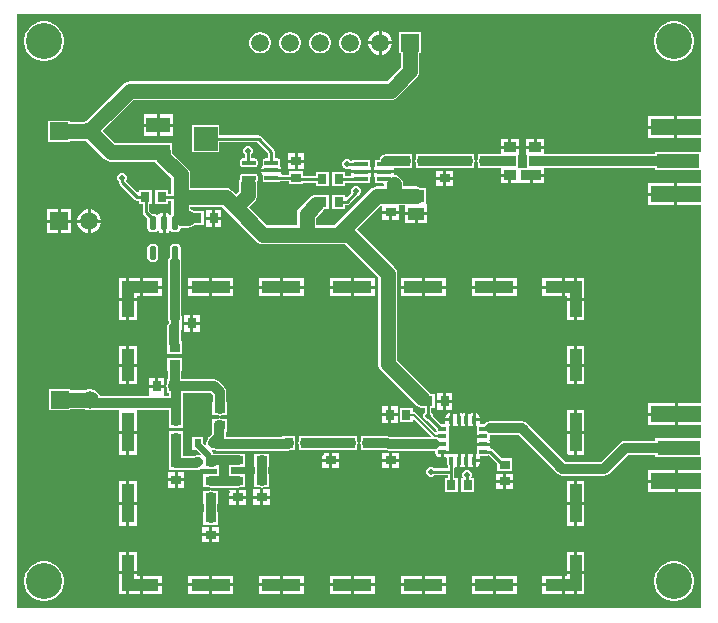
<source format=gbr>
%TF.GenerationSoftware,Altium Limited,Altium Designer,22.6.1 (34)*%
G04 Layer_Physical_Order=1*
G04 Layer_Color=255*
%FSLAX26Y26*%
%MOIN*%
%TF.SameCoordinates,2B337168-DF0E-4336-AB3C-9C7F5D13073F*%
%TF.FilePolarity,Positive*%
%TF.FileFunction,Copper,L1,Top,Signal*%
%TF.Part,Single*%
G01*
G75*
%TA.AperFunction,SMDPad,CuDef*%
%ADD10R,0.118110X0.039370*%
%ADD11R,0.039370X0.120079*%
%ADD12R,0.039370X0.129921*%
%ADD13R,0.039370X0.106299*%
%ADD14R,0.129921X0.039370*%
%ADD15R,0.094488X0.094488*%
G04:AMPARAMS|DCode=16|XSize=16.535mil|YSize=25.591mil|CornerRadius=4.134mil|HoleSize=0mil|Usage=FLASHONLY|Rotation=0.000|XOffset=0mil|YOffset=0mil|HoleType=Round|Shape=RoundedRectangle|*
%AMROUNDEDRECTD16*
21,1,0.016535,0.017323,0,0,0.0*
21,1,0.008268,0.025591,0,0,0.0*
1,1,0.008268,0.004134,-0.008662*
1,1,0.008268,-0.004134,-0.008662*
1,1,0.008268,-0.004134,0.008662*
1,1,0.008268,0.004134,0.008662*
%
%ADD16ROUNDEDRECTD16*%
G04:AMPARAMS|DCode=17|XSize=16.535mil|YSize=25.591mil|CornerRadius=4.134mil|HoleSize=0mil|Usage=FLASHONLY|Rotation=90.000|XOffset=0mil|YOffset=0mil|HoleType=Round|Shape=RoundedRectangle|*
%AMROUNDEDRECTD17*
21,1,0.016535,0.017323,0,0,90.0*
21,1,0.008268,0.025591,0,0,90.0*
1,1,0.008268,0.008662,0.004134*
1,1,0.008268,0.008662,-0.004134*
1,1,0.008268,-0.008662,-0.004134*
1,1,0.008268,-0.008662,0.004134*
%
%ADD17ROUNDEDRECTD17*%
%TA.AperFunction,ConnectorPad*%
%ADD18R,0.141732X0.050000*%
%ADD19R,0.165354X0.053150*%
%TA.AperFunction,SMDPad,CuDef*%
%ADD20R,0.035433X0.031496*%
%ADD21R,0.031496X0.035433*%
%ADD22R,0.023622X0.031496*%
%ADD23R,0.066929X0.031890*%
%ADD24R,0.041339X0.031890*%
G04:AMPARAMS|DCode=25|XSize=46.85mil|YSize=15.748mil|CornerRadius=1.968mil|HoleSize=0mil|Usage=FLASHONLY|Rotation=180.000|XOffset=0mil|YOffset=0mil|HoleType=Round|Shape=RoundedRectangle|*
%AMROUNDEDRECTD25*
21,1,0.046850,0.011811,0,0,180.0*
21,1,0.042913,0.015748,0,0,180.0*
1,1,0.003937,-0.021457,0.005906*
1,1,0.003937,0.021457,0.005906*
1,1,0.003937,0.021457,-0.005906*
1,1,0.003937,-0.021457,-0.005906*
%
%ADD25ROUNDEDRECTD25*%
%ADD26R,0.046110X0.013811*%
%ADD27R,0.055118X0.043307*%
G04:AMPARAMS|DCode=28|XSize=47.638mil|YSize=23.228mil|CornerRadius=5.807mil|HoleSize=0mil|Usage=FLASHONLY|Rotation=270.000|XOffset=0mil|YOffset=0mil|HoleType=Round|Shape=RoundedRectangle|*
%AMROUNDEDRECTD28*
21,1,0.047638,0.011614,0,0,270.0*
21,1,0.036024,0.023228,0,0,270.0*
1,1,0.011614,-0.005807,-0.018012*
1,1,0.011614,-0.005807,0.018012*
1,1,0.011614,0.005807,0.018012*
1,1,0.011614,0.005807,-0.018012*
%
%ADD28ROUNDEDRECTD28*%
%ADD29R,0.078740X0.051181*%
%ADD30R,0.078740X0.078740*%
%TA.AperFunction,Conductor*%
%ADD31C,0.050000*%
%ADD32C,0.033000*%
%ADD33C,0.010000*%
%ADD34C,0.020000*%
%ADD35C,0.006000*%
%TA.AperFunction,ComponentPad*%
%ADD36R,0.059055X0.059055*%
%ADD37C,0.059055*%
%TA.AperFunction,WasherPad*%
%ADD38C,0.120000*%
%TA.AperFunction,ViaPad*%
%ADD39C,0.020000*%
G36*
X3289805Y2449016D02*
X3210000D01*
Y2412441D01*
Y2375866D01*
X3289805D01*
Y2337194D01*
X3289740Y2332221D01*
X3284805Y2332220D01*
X3136008D01*
Y2322941D01*
X2767992D01*
Y2342047D01*
X2737323D01*
X2706653D01*
Y2321102D01*
X2710653D01*
Y2278898D01*
X2679347D01*
Y2321102D01*
X2683347D01*
Y2342047D01*
X2652677D01*
X2622008D01*
Y2322941D01*
X2589307D01*
Y2323716D01*
X2545811D01*
Y2305996D01*
X2544618Y2300000D01*
X2545811Y2294003D01*
Y2276283D01*
X2589307D01*
Y2277059D01*
X2622008D01*
Y2257953D01*
X2652677D01*
Y2252953D01*
X2657677D01*
Y2227008D01*
X2719528D01*
Y2252953D01*
X2724528D01*
Y2257953D01*
X2767992D01*
Y2277059D01*
X3136008D01*
Y2270220D01*
X3284805D01*
X3289740Y2270220D01*
X3289805Y2265247D01*
Y2226575D01*
X3210000D01*
Y2190000D01*
Y2153425D01*
X3289805D01*
Y1492795D01*
X3212126D01*
Y1456220D01*
Y1419646D01*
X3289805D01*
Y1376000D01*
X3138134D01*
Y1367941D01*
X3035793D01*
X3027014Y1366195D01*
X3019572Y1361222D01*
X2956291Y1297941D01*
X2837408D01*
X2709127Y1426222D01*
X2701685Y1431195D01*
X2692906Y1432941D01*
X2586588D01*
X2577808Y1431195D01*
X2570366Y1426222D01*
X2568114Y1422852D01*
X2554252D01*
X2554071Y1423001D01*
X2552244Y1427244D01*
X2551930Y1432091D01*
Y1432913D01*
X2533386D01*
Y1437913D01*
X2528386D01*
Y1460813D01*
X2523737Y1459889D01*
X2520591Y1457786D01*
X2517444Y1459889D01*
X2512795Y1460813D01*
Y1437913D01*
X2502795D01*
Y1460813D01*
X2498147Y1459889D01*
X2495000Y1457786D01*
X2491853Y1459889D01*
X2487205Y1460813D01*
Y1437913D01*
X2477205D01*
Y1460813D01*
X2472556Y1459889D01*
X2469409Y1457786D01*
X2466263Y1459889D01*
X2461614Y1460813D01*
Y1437913D01*
X2456614D01*
Y1432913D01*
X2438070D01*
Y1432091D01*
X2437756Y1427244D01*
D01*
X2435929Y1423001D01*
X2435748Y1422852D01*
X2424544D01*
X2395882Y1451515D01*
Y1454836D01*
X2393446Y1460717D01*
X2391097Y1463065D01*
Y1476284D01*
X2401630D01*
Y1523716D01*
X2387873D01*
X2387079Y1525634D01*
X2382110Y1532109D01*
X2276267Y1637951D01*
Y1924999D01*
X2276268Y1925000D01*
X2275202Y1933093D01*
X2272079Y1940634D01*
X2267110Y1947110D01*
X2267109Y1947110D01*
X2141719Y2072500D01*
X2222284Y2153065D01*
X2227284Y2152120D01*
Y2134882D01*
X2255000D01*
X2282716D01*
Y2153260D01*
X2302441D01*
Y2130472D01*
X2340000D01*
X2377559D01*
Y2157126D01*
X2373559D01*
Y2212181D01*
X2354245D01*
X2348093Y2214730D01*
X2340000Y2215795D01*
X2296267D01*
Y2223010D01*
X2295202Y2231102D01*
X2292078Y2238644D01*
X2287110Y2245119D01*
X2280634Y2250088D01*
X2273093Y2253212D01*
X2266244Y2254113D01*
Y2260000D01*
X2200134D01*
Y2248095D01*
X2204134D01*
Y2226504D01*
X2230668D01*
X2233733Y2223010D01*
Y2216267D01*
X2210001D01*
X2210000Y2216268D01*
X2201907Y2215202D01*
X2194366Y2212079D01*
X2187890Y2207110D01*
X2187890Y2207109D01*
X2067048Y2086267D01*
X2006267D01*
Y2112048D01*
X2029609Y2135390D01*
X2034131Y2141284D01*
X2049189D01*
Y2188717D01*
X2010693D01*
X2007885Y2188717D01*
X2007500Y2188768D01*
X2005693Y2188717D01*
Y2188530D01*
X1999407Y2187702D01*
X1991866Y2184578D01*
X1985390Y2179609D01*
X1952890Y2147110D01*
X1947922Y2140634D01*
X1944798Y2133093D01*
X1943732Y2125000D01*
X1943733Y2124999D01*
Y2086267D01*
X1842951D01*
X1783117Y2146102D01*
X1802110Y2165095D01*
X1807078Y2171571D01*
X1810202Y2179112D01*
X1810735Y2183158D01*
X1811268Y2187205D01*
X1811267Y2187206D01*
Y2225000D01*
X1810202Y2233093D01*
X1809983Y2233622D01*
X1811168Y2235395D01*
X1811786Y2238504D01*
Y2250315D01*
X1811168Y2253424D01*
X1809406Y2256060D01*
X1806771Y2257821D01*
X1803661Y2258439D01*
X1760748D01*
X1757639Y2257821D01*
X1755003Y2256060D01*
X1753242Y2253424D01*
X1752623Y2250315D01*
Y2239914D01*
X1749798Y2233093D01*
X1748733Y2225000D01*
Y2200156D01*
X1738898Y2190321D01*
X1727110Y2202110D01*
X1720634Y2207078D01*
X1713093Y2210202D01*
X1705000Y2211268D01*
X1704999Y2211267D01*
X1586267D01*
Y2255983D01*
X1586268Y2255984D01*
X1585735Y2260030D01*
X1585202Y2264077D01*
X1582078Y2271618D01*
X1577110Y2278094D01*
X1526897Y2328306D01*
Y2329134D01*
X1526630Y2331166D01*
Y2361315D01*
X1435890D01*
Y2360992D01*
X1335677D01*
X1295444Y2401225D01*
X1397951Y2503733D01*
X2254999D01*
X2255000Y2503732D01*
X2263093Y2504798D01*
X2270634Y2507922D01*
X2277110Y2512890D01*
X2342109Y2577890D01*
X2342110Y2577890D01*
X2347079Y2584366D01*
X2350202Y2591907D01*
X2350735Y2595954D01*
X2351268Y2600000D01*
X2351267Y2600001D01*
Y2659472D01*
X2355528D01*
Y2730528D01*
X2284472D01*
Y2659472D01*
X2288733D01*
Y2612951D01*
X2242048Y2566267D01*
X1385000D01*
X1376907Y2565202D01*
X1369366Y2562078D01*
X1362890Y2557110D01*
X1362890Y2557109D01*
X1239839Y2434058D01*
X1236287Y2433106D01*
X1233102Y2431267D01*
X1185527D01*
Y2435528D01*
X1114473D01*
Y2364472D01*
X1185527D01*
Y2368733D01*
X1233102D01*
X1236287Y2366894D01*
X1243186Y2365045D01*
X1300616Y2307615D01*
X1307092Y2302646D01*
X1314633Y2299522D01*
X1322726Y2298457D01*
X1322727Y2298457D01*
X1435890D01*
Y2298134D01*
X1469769D01*
X1473520Y2293245D01*
X1523733Y2243033D01*
Y2191215D01*
X1514307D01*
Y2203716D01*
X1470811D01*
Y2156283D01*
X1514307D01*
Y2168785D01*
X1523733D01*
Y2124771D01*
X1519096Y2122168D01*
X1518099Y2122476D01*
X1517203Y2123818D01*
X1511975Y2127311D01*
X1505807Y2128538D01*
X1505000D01*
Y2094409D01*
Y2060281D01*
X1505807D01*
X1511975Y2061508D01*
X1517203Y2065001D01*
X1518099Y2066342D01*
X1523082Y2067885D01*
X1526988Y2065276D01*
X1531594Y2064359D01*
X1543209D01*
X1547816Y2065276D01*
X1551721Y2067885D01*
X1554331Y2071791D01*
X1555247Y2076398D01*
Y2078733D01*
X1580000D01*
X1588093Y2079798D01*
X1595634Y2082922D01*
X1600015Y2086284D01*
X1631748D01*
Y2133716D01*
X1600015D01*
X1595634Y2137078D01*
X1588093Y2140202D01*
X1586267Y2140442D01*
Y2148733D01*
X1692049D01*
X1712890Y2127890D01*
X1807890Y2032890D01*
X1814366Y2027921D01*
X1821907Y2024798D01*
X1825954Y2024265D01*
X1830000Y2023732D01*
X1830001Y2023733D01*
X2079999D01*
X2080000Y2023732D01*
X2080001Y2023733D01*
X2102048D01*
X2213733Y1912049D01*
Y1625001D01*
X2213732Y1625000D01*
X2214798Y1616907D01*
X2217922Y1609366D01*
X2222890Y1602890D01*
X2337891Y1487890D01*
X2344366Y1482921D01*
X2351907Y1479798D01*
X2358134Y1478978D01*
Y1476284D01*
X2368666D01*
Y1463065D01*
X2366318Y1460717D01*
X2363882Y1454836D01*
Y1448471D01*
X2366318Y1442590D01*
X2370819Y1438089D01*
X2376699Y1435653D01*
X2380021D01*
X2408093Y1407582D01*
Y1404252D01*
X2408879Y1400298D01*
X2409593Y1399229D01*
X2408728Y1398066D01*
X2402137Y1397585D01*
X2338234Y1461489D01*
X2335257Y1463478D01*
X2331745Y1464176D01*
X2329307D01*
Y1478717D01*
X2285811D01*
Y1431284D01*
X2329307D01*
Y1437928D01*
X2333927Y1439841D01*
X2388649Y1385119D01*
X2386735Y1380500D01*
X2254354D01*
X2253314Y1381195D01*
X2244535Y1382941D01*
X2199307D01*
Y1383717D01*
X2155811D01*
Y1365997D01*
X2154618Y1360000D01*
X2155811Y1354004D01*
Y1336284D01*
X2199307D01*
Y1337059D01*
X2231283D01*
Y1335811D01*
X2244003D01*
X2250000Y1334618D01*
X2400017D01*
X2401798Y1334264D01*
X2404014Y1332445D01*
Y1327480D01*
X2405111Y1321966D01*
X2408235Y1317290D01*
X2412910Y1314167D01*
X2418425Y1313070D01*
X2422087D01*
Y1331614D01*
X2432087D01*
Y1313070D01*
X2432909D01*
X2437756Y1312756D01*
D01*
X2441999Y1310929D01*
X2442148Y1310748D01*
Y1293425D01*
X2442934Y1289471D01*
X2445174Y1286119D01*
X2445399Y1285969D01*
Y1276216D01*
X2401412D01*
X2399063Y1278564D01*
X2393183Y1281000D01*
X2386817D01*
X2380937Y1278564D01*
X2376436Y1274063D01*
X2374000Y1268183D01*
Y1261817D01*
X2376436Y1255937D01*
X2380937Y1251436D01*
X2386817Y1249000D01*
X2393183D01*
X2399063Y1251436D01*
X2401412Y1253784D01*
X2445399D01*
Y1243716D01*
X2435693D01*
Y1196283D01*
X2479189D01*
Y1243716D01*
X2467830D01*
Y1277256D01*
X2472482Y1280066D01*
X2472830Y1280057D01*
X2477205Y1279187D01*
Y1302087D01*
X2487205D01*
Y1279187D01*
X2491853Y1280111D01*
X2495000Y1282214D01*
X2498147Y1280111D01*
X2502795Y1279187D01*
Y1302087D01*
X2512795D01*
Y1279187D01*
X2517444Y1280111D01*
X2520591Y1282214D01*
X2523737Y1280111D01*
X2528386Y1279187D01*
Y1302087D01*
X2533386D01*
Y1307087D01*
X2551930D01*
Y1307909D01*
X2552244Y1312756D01*
D01*
X2554071Y1316999D01*
X2554252Y1317148D01*
X2571575D01*
X2575529Y1317935D01*
X2578881Y1320174D01*
X2583662Y1320004D01*
X2611284Y1292383D01*
Y1265811D01*
X2658717D01*
Y1309307D01*
X2626082D01*
X2595844Y1339545D01*
X2592205Y1341976D01*
X2587913Y1342830D01*
X2587913Y1342830D01*
X2587744D01*
X2584934Y1347482D01*
X2584943Y1347830D01*
X2585813Y1352205D01*
X2562913D01*
Y1362205D01*
X2585813D01*
X2584889Y1366853D01*
X2582786Y1370000D01*
X2584889Y1373147D01*
X2585986Y1378661D01*
Y1382229D01*
X2586573Y1386945D01*
X2590721Y1387059D01*
X2683403D01*
X2811684Y1258778D01*
X2819126Y1253805D01*
X2827906Y1252059D01*
X2965793D01*
X2974572Y1253805D01*
X2982015Y1258778D01*
X3045296Y1322059D01*
X3138134D01*
Y1314000D01*
X3289805D01*
Y1270354D01*
X3212126D01*
Y1233780D01*
Y1197205D01*
X3289805D01*
Y810195D01*
X1010195D01*
Y2789805D01*
X3289805D01*
Y2449016D01*
D02*
G37*
%LPC*%
G36*
X2225204Y2734528D02*
X2225000D01*
Y2700000D01*
X2259528D01*
Y2700204D01*
X2256834Y2710257D01*
X2251630Y2719271D01*
X2244271Y2726630D01*
X2235257Y2731834D01*
X2225204Y2734528D01*
D02*
G37*
G36*
X2215000D02*
X2214796D01*
X2204743Y2731834D01*
X2195729Y2726630D01*
X2188370Y2719271D01*
X2183166Y2710257D01*
X2180472Y2700204D01*
Y2700000D01*
X2215000D01*
Y2734528D01*
D02*
G37*
G36*
X2124677Y2730528D02*
X2115323D01*
X2106287Y2728106D01*
X2098186Y2723429D01*
X2091571Y2716814D01*
X2086894Y2708713D01*
X2084472Y2699677D01*
Y2690323D01*
X2086894Y2681287D01*
X2091571Y2673186D01*
X2098186Y2666571D01*
X2106287Y2661894D01*
X2115323Y2659472D01*
X2124677D01*
X2133713Y2661894D01*
X2141814Y2666571D01*
X2148429Y2673186D01*
X2153106Y2681287D01*
X2155528Y2690323D01*
Y2699677D01*
X2153106Y2708713D01*
X2148429Y2716814D01*
X2141814Y2723429D01*
X2133713Y2728106D01*
X2124677Y2730528D01*
D02*
G37*
G36*
X2024677D02*
X2015323D01*
X2006287Y2728106D01*
X1998186Y2723429D01*
X1991571Y2716814D01*
X1986894Y2708713D01*
X1984473Y2699677D01*
Y2690323D01*
X1986894Y2681287D01*
X1991571Y2673186D01*
X1998186Y2666571D01*
X2006287Y2661894D01*
X2015323Y2659472D01*
X2024677D01*
X2033713Y2661894D01*
X2041814Y2666571D01*
X2048429Y2673186D01*
X2053106Y2681287D01*
X2055528Y2690323D01*
Y2699677D01*
X2053106Y2708713D01*
X2048429Y2716814D01*
X2041814Y2723429D01*
X2033713Y2728106D01*
X2024677Y2730528D01*
D02*
G37*
G36*
X1924677D02*
X1915323D01*
X1906287Y2728106D01*
X1898186Y2723429D01*
X1891571Y2716814D01*
X1886894Y2708713D01*
X1884473Y2699677D01*
Y2690323D01*
X1886894Y2681287D01*
X1891571Y2673186D01*
X1898186Y2666571D01*
X1906287Y2661894D01*
X1915323Y2659472D01*
X1924677D01*
X1933713Y2661894D01*
X1941814Y2666571D01*
X1948429Y2673186D01*
X1953106Y2681287D01*
X1955527Y2690323D01*
Y2699677D01*
X1953106Y2708713D01*
X1948429Y2716814D01*
X1941814Y2723429D01*
X1933713Y2728106D01*
X1924677Y2730528D01*
D02*
G37*
G36*
X1824677D02*
X1815323D01*
X1806287Y2728106D01*
X1798186Y2723429D01*
X1791571Y2716814D01*
X1786894Y2708713D01*
X1784473Y2699677D01*
Y2690323D01*
X1786894Y2681287D01*
X1791571Y2673186D01*
X1798186Y2666571D01*
X1806287Y2661894D01*
X1815323Y2659472D01*
X1824677D01*
X1833713Y2661894D01*
X1841814Y2666571D01*
X1848429Y2673186D01*
X1853106Y2681287D01*
X1855527Y2690323D01*
Y2699677D01*
X1853106Y2708713D01*
X1848429Y2716814D01*
X1841814Y2723429D01*
X1833713Y2728106D01*
X1824677Y2730528D01*
D02*
G37*
G36*
X2259528Y2690000D02*
X2225000D01*
Y2655472D01*
X2225204D01*
X2235257Y2658166D01*
X2244271Y2663370D01*
X2251630Y2670729D01*
X2256834Y2679743D01*
X2259528Y2689796D01*
Y2690000D01*
D02*
G37*
G36*
X2215000D02*
X2180472D01*
Y2689796D01*
X2183166Y2679743D01*
X2188370Y2670729D01*
X2195729Y2663370D01*
X2204743Y2658166D01*
X2214796Y2655472D01*
X2215000D01*
Y2690000D01*
D02*
G37*
G36*
X3206500Y2766000D02*
X3193500D01*
X3180749Y2763464D01*
X3168737Y2758488D01*
X3157927Y2751265D01*
X3148735Y2742073D01*
X3141512Y2731263D01*
X3136536Y2719251D01*
X3134000Y2706500D01*
Y2693500D01*
X3136536Y2680749D01*
X3141512Y2668737D01*
X3148735Y2657927D01*
X3157927Y2648735D01*
X3168737Y2641512D01*
X3180749Y2636536D01*
X3193500Y2634000D01*
X3206500D01*
X3219251Y2636536D01*
X3231263Y2641512D01*
X3242073Y2648735D01*
X3251265Y2657927D01*
X3258488Y2668737D01*
X3263464Y2680749D01*
X3266000Y2693500D01*
Y2706500D01*
X3263464Y2719251D01*
X3258488Y2731263D01*
X3251265Y2742073D01*
X3242073Y2751265D01*
X3231263Y2758488D01*
X3219251Y2763464D01*
X3206500Y2766000D01*
D02*
G37*
G36*
X1106500D02*
X1093500D01*
X1080748Y2763464D01*
X1068737Y2758488D01*
X1057928Y2751265D01*
X1048735Y2742073D01*
X1041512Y2731263D01*
X1036536Y2719251D01*
X1034000Y2706500D01*
Y2693500D01*
X1036536Y2680749D01*
X1041512Y2668737D01*
X1048735Y2657927D01*
X1057928Y2648735D01*
X1068737Y2641512D01*
X1080748Y2636536D01*
X1093500Y2634000D01*
X1106500D01*
X1119252Y2636536D01*
X1131263Y2641512D01*
X1142072Y2648735D01*
X1151265Y2657927D01*
X1158488Y2668737D01*
X1163464Y2680749D01*
X1166000Y2693500D01*
Y2706500D01*
X1163464Y2719251D01*
X1158488Y2731263D01*
X1151265Y2742073D01*
X1142072Y2751265D01*
X1131263Y2758488D01*
X1119252Y2763464D01*
X1106500Y2766000D01*
D02*
G37*
G36*
X1530630Y2455866D02*
X1486260D01*
Y2425276D01*
X1530630D01*
Y2455866D01*
D02*
G37*
G36*
X1476260D02*
X1431890D01*
Y2425276D01*
X1476260D01*
Y2455866D01*
D02*
G37*
G36*
X3200000Y2449016D02*
X3112323D01*
Y2417441D01*
X3200000D01*
Y2449016D01*
D02*
G37*
G36*
X1530630Y2415276D02*
X1486260D01*
Y2384685D01*
X1530630D01*
Y2415276D01*
D02*
G37*
G36*
X1476260D02*
X1431890D01*
Y2384685D01*
X1476260D01*
Y2415276D01*
D02*
G37*
G36*
X3200000Y2407441D02*
X3112323D01*
Y2375866D01*
X3200000D01*
Y2407441D01*
D02*
G37*
G36*
X2683347Y2372992D02*
X2657677D01*
Y2352047D01*
X2683347D01*
Y2372992D01*
D02*
G37*
G36*
X2767992D02*
X2742323D01*
Y2352047D01*
X2767992D01*
Y2372992D01*
D02*
G37*
G36*
X2647677D02*
X2622008D01*
Y2352047D01*
X2647677D01*
Y2372992D01*
D02*
G37*
G36*
X2732323D02*
X2706653D01*
Y2352047D01*
X2732323D01*
Y2372992D01*
D02*
G37*
G36*
X1967716Y2325748D02*
X1945000D01*
Y2305000D01*
X1967716D01*
Y2325748D01*
D02*
G37*
G36*
X1935000D02*
X1912284D01*
Y2305000D01*
X1935000D01*
Y2325748D01*
D02*
G37*
G36*
X1783183Y2351000D02*
X1776817D01*
X1770937Y2348564D01*
X1766436Y2344063D01*
X1764000Y2338183D01*
Y2331817D01*
X1766436Y2325937D01*
X1768784Y2323588D01*
Y2309621D01*
X1760748D01*
X1757639Y2309002D01*
X1755003Y2307241D01*
X1753242Y2304605D01*
X1752623Y2301496D01*
Y2289685D01*
X1753242Y2286576D01*
X1755003Y2283940D01*
X1757639Y2282179D01*
X1760748Y2281561D01*
X1803661D01*
X1806771Y2282179D01*
X1809406Y2283940D01*
X1811168Y2286576D01*
X1811786Y2289685D01*
Y2301496D01*
X1811168Y2304605D01*
X1809406Y2307241D01*
X1806771Y2309002D01*
X1803661Y2309621D01*
X1791216D01*
Y2323588D01*
X1793564Y2325937D01*
X1796000Y2331817D01*
Y2338183D01*
X1793564Y2344063D01*
X1789063Y2348564D01*
X1783183Y2351000D01*
D02*
G37*
G36*
X2326748Y2323716D02*
X2283252D01*
Y2322941D01*
X2240000D01*
X2231221Y2321195D01*
X2223778Y2316222D01*
X2218805Y2308779D01*
X2217755Y2303496D01*
X2204134D01*
Y2281905D01*
X2200134D01*
Y2270000D01*
X2266244D01*
Y2277059D01*
X2283252D01*
Y2276284D01*
X2326748D01*
Y2294003D01*
X2327941Y2300000D01*
X2326748Y2305997D01*
Y2323716D01*
D02*
G37*
G36*
X2381866D02*
X2338370D01*
Y2305996D01*
X2337177Y2300000D01*
X2338370Y2294004D01*
Y2276284D01*
X2381866D01*
Y2277059D01*
X2411283D01*
Y2275811D01*
X2458716D01*
Y2277059D01*
X2490693D01*
Y2276283D01*
X2534189D01*
Y2294003D01*
X2535382Y2300000D01*
X2534189Y2305996D01*
Y2323716D01*
X2490693D01*
Y2322941D01*
X2381866D01*
Y2323716D01*
D02*
G37*
G36*
X1684110Y2420370D02*
X1593370D01*
Y2329630D01*
X1684110D01*
Y2363785D01*
X1810354D01*
X1846580Y2327559D01*
Y2309621D01*
X1836339D01*
X1833229Y2309002D01*
X1830594Y2307241D01*
X1828832Y2304605D01*
X1828214Y2301496D01*
Y2289685D01*
X1828832Y2286576D01*
X1829429Y2285683D01*
X1827710Y2284534D01*
X1825064Y2280575D01*
X1824136Y2275905D01*
Y2275000D01*
X1857795D01*
X1891455D01*
Y2275905D01*
X1890526Y2280575D01*
X1887881Y2284534D01*
X1886162Y2285683D01*
X1886758Y2286576D01*
X1887377Y2289685D01*
Y2301496D01*
X1886758Y2304605D01*
X1884997Y2307241D01*
X1882361Y2309002D01*
X1879252Y2309621D01*
X1869011D01*
Y2332204D01*
X1869011Y2332205D01*
X1868157Y2336497D01*
X1865726Y2340135D01*
X1822931Y2382931D01*
X1819292Y2385362D01*
X1815000Y2386216D01*
X1814999Y2386215D01*
X1684110D01*
Y2420370D01*
D02*
G37*
G36*
X1967716Y2295000D02*
X1945000D01*
Y2274252D01*
X1967716D01*
Y2295000D01*
D02*
G37*
G36*
X1935000D02*
X1912284D01*
Y2274252D01*
X1935000D01*
Y2295000D01*
D02*
G37*
G36*
X2113183Y2306000D02*
X2106817D01*
X2100937Y2303564D01*
X2096436Y2299063D01*
X2094000Y2293183D01*
Y2286817D01*
X2096436Y2280937D01*
X2100937Y2276436D01*
X2106817Y2274000D01*
X2113183D01*
X2119063Y2276436D01*
X2123756Y2274057D01*
Y2270000D01*
X2189866D01*
Y2281905D01*
X2185866D01*
Y2303496D01*
X2127756D01*
Y2301511D01*
X2121117D01*
X2119063Y2303564D01*
X2113183Y2306000D01*
D02*
G37*
G36*
X1963716Y2266630D02*
X1916284D01*
Y2255625D01*
X1893543D01*
X1890765Y2260625D01*
X1891455Y2264095D01*
Y2265000D01*
X1857795D01*
X1824136D01*
Y2264095D01*
X1825064Y2259425D01*
X1827710Y2255466D01*
X1829429Y2254317D01*
X1828832Y2253424D01*
X1828214Y2250315D01*
Y2238504D01*
X1828832Y2235395D01*
X1830594Y2232759D01*
X1833229Y2230998D01*
X1836339Y2230379D01*
X1879252D01*
X1882361Y2230998D01*
X1884997Y2232759D01*
X1885288Y2233194D01*
X1916284D01*
Y2223134D01*
X1963716D01*
Y2228784D01*
X2005693D01*
Y2216283D01*
X2049189D01*
Y2263716D01*
X2005693D01*
Y2251215D01*
X1963716D01*
Y2266630D01*
D02*
G37*
G36*
X2462716Y2268189D02*
X2440000D01*
Y2247441D01*
X2462716D01*
Y2268189D01*
D02*
G37*
G36*
X2430000D02*
X2407283D01*
Y2247441D01*
X2430000D01*
Y2268189D01*
D02*
G37*
G36*
X2767992Y2247953D02*
X2729528D01*
Y2227008D01*
X2767992D01*
Y2247953D01*
D02*
G37*
G36*
X2647677D02*
X2622008D01*
Y2227008D01*
X2647677D01*
Y2247953D01*
D02*
G37*
G36*
X2104307Y2263716D02*
X2060811D01*
Y2216283D01*
X2104307D01*
Y2228784D01*
X2127756D01*
Y2226504D01*
X2185866D01*
Y2248095D01*
X2189866D01*
Y2260000D01*
X2123756D01*
Y2251215D01*
X2104307D01*
Y2263716D01*
D02*
G37*
G36*
X2462716Y2237441D02*
X2440000D01*
Y2216693D01*
X2462716D01*
Y2237441D01*
D02*
G37*
G36*
X2430000D02*
X2407283D01*
Y2216693D01*
X2430000D01*
Y2237441D01*
D02*
G37*
G36*
X3200000Y2226575D02*
X3112323D01*
Y2195000D01*
X3200000D01*
Y2226575D01*
D02*
G37*
G36*
X2143183Y2216000D02*
X2136817D01*
X2130937Y2213564D01*
X2126436Y2209063D01*
X2124000Y2203183D01*
Y2196817D01*
X2124573Y2195434D01*
X2109307Y2180168D01*
X2104307Y2182239D01*
Y2188717D01*
X2060811D01*
Y2141284D01*
X2104307D01*
Y2153785D01*
X2110000D01*
X2110000Y2153785D01*
X2114292Y2154638D01*
X2117931Y2157070D01*
X2146017Y2185156D01*
X2146017Y2185156D01*
X2146034Y2185181D01*
X2149063Y2186436D01*
X2153564Y2190937D01*
X2156000Y2196817D01*
Y2203183D01*
X2153564Y2209063D01*
X2149063Y2213564D01*
X2143183Y2216000D01*
D02*
G37*
G36*
X3200000Y2185000D02*
X3112323D01*
Y2153425D01*
X3200000D01*
Y2185000D01*
D02*
G37*
G36*
X1690866Y2137716D02*
X1670118D01*
Y2115000D01*
X1690866D01*
Y2137716D01*
D02*
G37*
G36*
X1660118D02*
X1639370D01*
Y2115000D01*
X1660118D01*
Y2137716D01*
D02*
G37*
G36*
X1255204Y2139528D02*
X1255000D01*
Y2105000D01*
X1289527D01*
Y2105204D01*
X1286834Y2115257D01*
X1281630Y2124271D01*
X1274271Y2131630D01*
X1265257Y2136834D01*
X1255204Y2139528D01*
D02*
G37*
G36*
X1245000D02*
X1244796D01*
X1234743Y2136834D01*
X1225729Y2131630D01*
X1218370Y2124271D01*
X1213166Y2115257D01*
X1210473Y2105204D01*
Y2105000D01*
X1245000D01*
Y2139528D01*
D02*
G37*
G36*
X1189527D02*
X1155000D01*
Y2105000D01*
X1189527D01*
Y2139528D01*
D02*
G37*
G36*
X1145000D02*
X1110473D01*
Y2105000D01*
X1145000D01*
Y2139528D01*
D02*
G37*
G36*
X2282716Y2124882D02*
X2260000D01*
Y2104134D01*
X2282716D01*
Y2124882D01*
D02*
G37*
G36*
X2250000D02*
X2227284D01*
Y2104134D01*
X2250000D01*
Y2124882D01*
D02*
G37*
G36*
X2377559Y2120472D02*
X2345000D01*
Y2093819D01*
X2377559D01*
Y2120472D01*
D02*
G37*
G36*
X2335000D02*
X2302441D01*
Y2093819D01*
X2335000D01*
Y2120472D01*
D02*
G37*
G36*
X1690866Y2105000D02*
X1670118D01*
Y2082284D01*
X1690866D01*
Y2105000D01*
D02*
G37*
G36*
X1660118D02*
X1639370D01*
Y2082284D01*
X1660118D01*
Y2105000D01*
D02*
G37*
G36*
X1289527Y2095000D02*
X1255000D01*
Y2060472D01*
X1255204D01*
X1265257Y2063166D01*
X1274271Y2068370D01*
X1281630Y2075729D01*
X1286834Y2084743D01*
X1289527Y2094796D01*
Y2095000D01*
D02*
G37*
G36*
X1245000D02*
X1210473D01*
Y2094796D01*
X1213166Y2084743D01*
X1218370Y2075729D01*
X1225729Y2068370D01*
X1234743Y2063166D01*
X1244796Y2060472D01*
X1245000D01*
Y2095000D01*
D02*
G37*
G36*
X1189527D02*
X1155000D01*
Y2060472D01*
X1189527D01*
Y2095000D01*
D02*
G37*
G36*
X1145000D02*
X1110473D01*
Y2060472D01*
X1145000D01*
Y2095000D01*
D02*
G37*
G36*
X1363183Y2261000D02*
X1356817D01*
X1350937Y2258564D01*
X1346436Y2254063D01*
X1344000Y2248183D01*
Y2241817D01*
X1346436Y2235937D01*
X1348784Y2233588D01*
Y2230001D01*
X1348784Y2230000D01*
X1349638Y2225708D01*
X1352069Y2222069D01*
X1402069Y2172070D01*
X1402070Y2172069D01*
X1405708Y2169638D01*
X1410000Y2168784D01*
X1415693D01*
Y2156283D01*
X1428784D01*
Y2129213D01*
X1428784Y2129213D01*
X1429638Y2124921D01*
X1432069Y2121282D01*
X1444753Y2108598D01*
Y2076398D01*
X1445669Y2071791D01*
X1448279Y2067885D01*
X1452184Y2065276D01*
X1456791Y2064359D01*
X1468406D01*
X1473012Y2065276D01*
X1476918Y2067885D01*
X1481901Y2066342D01*
X1482797Y2065001D01*
X1488025Y2061508D01*
X1494193Y2060281D01*
X1495000D01*
Y2094409D01*
Y2128538D01*
X1494193D01*
X1488025Y2127311D01*
X1482797Y2123818D01*
X1481901Y2122476D01*
X1476918Y2120934D01*
X1473012Y2123543D01*
X1468406Y2124460D01*
X1460614D01*
X1451216Y2133858D01*
Y2156283D01*
X1459189D01*
Y2203716D01*
X1415693D01*
Y2197239D01*
X1410693Y2195168D01*
X1371744Y2234117D01*
X1373564Y2235937D01*
X1376000Y2241817D01*
Y2248183D01*
X1373564Y2254063D01*
X1369063Y2258564D01*
X1363183Y2261000D01*
D02*
G37*
G36*
X1468406Y2025641D02*
X1456791D01*
X1452184Y2024724D01*
X1448279Y2022115D01*
X1445669Y2018209D01*
X1444753Y2013602D01*
Y1977579D01*
X1445669Y1972972D01*
X1448279Y1969066D01*
X1452184Y1966457D01*
X1456791Y1965540D01*
X1468406D01*
X1473012Y1966457D01*
X1476918Y1969066D01*
X1479527Y1972972D01*
X1480444Y1977579D01*
Y2013602D01*
X1479527Y2018209D01*
X1476918Y2022115D01*
X1473012Y2024724D01*
X1468406Y2025641D01*
D02*
G37*
G36*
X2674961Y1909685D02*
X2605000D01*
Y1885000D01*
X2674961D01*
Y1909685D01*
D02*
G37*
G36*
X2438740D02*
X2368780D01*
Y1885000D01*
X2438740D01*
Y1909685D01*
D02*
G37*
G36*
X1966299D02*
X1896339D01*
Y1885000D01*
X1966299D01*
Y1909685D01*
D02*
G37*
G36*
X1730079D02*
X1660118D01*
Y1885000D01*
X1730079D01*
Y1909685D01*
D02*
G37*
G36*
X1493858D02*
X1429803D01*
Y1885000D01*
X1493858D01*
Y1909685D01*
D02*
G37*
G36*
X2825315D02*
X2761260D01*
Y1885000D01*
X2825315D01*
Y1909685D01*
D02*
G37*
G36*
X1886339D02*
X1816378D01*
Y1885000D01*
X1886339D01*
Y1909685D01*
D02*
G37*
G36*
X1650118D02*
X1580158D01*
Y1885000D01*
X1650118D01*
Y1909685D01*
D02*
G37*
G36*
X2595000D02*
X2525039D01*
Y1885000D01*
X2595000D01*
Y1909685D01*
D02*
G37*
G36*
X2358780D02*
X2288819D01*
Y1885000D01*
X2358780D01*
Y1909685D01*
D02*
G37*
G36*
X2202520D02*
X2132559D01*
Y1885000D01*
X2202520D01*
Y1909685D01*
D02*
G37*
G36*
X2122559D02*
X2052599D01*
Y1885000D01*
X2122559D01*
Y1909685D01*
D02*
G37*
G36*
X2825315Y1875000D02*
X2761260D01*
Y1850315D01*
X2825315D01*
Y1875000D01*
D02*
G37*
G36*
X2674961D02*
X2605000D01*
Y1850315D01*
X2674961D01*
Y1875000D01*
D02*
G37*
G36*
X2595000D02*
X2525039D01*
Y1850315D01*
X2595000D01*
Y1875000D01*
D02*
G37*
G36*
X2438740D02*
X2368780D01*
Y1850315D01*
X2438740D01*
Y1875000D01*
D02*
G37*
G36*
X2358780D02*
X2288819D01*
Y1850315D01*
X2358780D01*
Y1875000D01*
D02*
G37*
G36*
X2202520Y1875000D02*
X2132559D01*
Y1850315D01*
X2202520D01*
Y1875000D01*
D02*
G37*
G36*
X2122559D02*
X2052599D01*
Y1850315D01*
X2122559D01*
Y1875000D01*
D02*
G37*
G36*
X1966299Y1875000D02*
X1896339D01*
Y1850315D01*
X1966299D01*
Y1875000D01*
D02*
G37*
G36*
X1886339D02*
X1816378D01*
Y1850315D01*
X1886339D01*
Y1875000D01*
D02*
G37*
G36*
X1730079D02*
X1660118D01*
Y1850315D01*
X1730079D01*
Y1875000D01*
D02*
G37*
G36*
X1650118D02*
X1580158D01*
Y1850315D01*
X1650118D01*
Y1875000D01*
D02*
G37*
G36*
X1493858D02*
X1429803D01*
Y1850315D01*
X1493858D01*
Y1875000D01*
D02*
G37*
G36*
X2901339Y1909685D02*
X2876654D01*
Y1844646D01*
X2901339D01*
Y1909685D01*
D02*
G37*
G36*
X1419803D02*
X1384528D01*
Y1844646D01*
X1409213D01*
Y1850315D01*
X1419803D01*
Y1880000D01*
Y1909685D01*
D02*
G37*
G36*
X2866654D02*
X2835315D01*
Y1880000D01*
Y1850315D01*
X2841969D01*
Y1844646D01*
X2866654D01*
Y1909685D01*
D02*
G37*
G36*
X1374528D02*
X1349843D01*
Y1844646D01*
X1374528D01*
Y1909685D01*
D02*
G37*
G36*
X2901339Y1834646D02*
X2876654D01*
Y1769606D01*
X2901339D01*
Y1834646D01*
D02*
G37*
G36*
X2866654D02*
X2841969D01*
Y1769606D01*
X2866654D01*
Y1834646D01*
D02*
G37*
G36*
X1409213D02*
X1384528D01*
Y1769606D01*
X1409213D01*
Y1834646D01*
D02*
G37*
G36*
X1374528D02*
X1349843D01*
Y1769606D01*
X1374528D01*
Y1834646D01*
D02*
G37*
G36*
X1618307Y1787716D02*
X1597559D01*
Y1765000D01*
X1618307D01*
Y1787716D01*
D02*
G37*
G36*
X1587559D02*
X1566811D01*
Y1765000D01*
X1587559D01*
Y1787716D01*
D02*
G37*
G36*
X1618307Y1755000D02*
X1597559D01*
Y1732283D01*
X1618307D01*
Y1755000D01*
D02*
G37*
G36*
X1587559D02*
X1566811D01*
Y1732283D01*
X1587559D01*
Y1755000D01*
D02*
G37*
G36*
X1543209Y2025641D02*
X1531594D01*
X1526988Y2024724D01*
X1523082Y2022115D01*
X1520473Y2018209D01*
X1519556Y2013602D01*
Y1982118D01*
X1518778Y1981599D01*
X1513805Y1974156D01*
X1512059Y1965377D01*
Y1778634D01*
X1513805Y1769855D01*
X1515693Y1767031D01*
Y1759459D01*
X1513210Y1755742D01*
X1511464Y1746963D01*
Y1699307D01*
X1511284D01*
Y1655811D01*
X1558717D01*
Y1699307D01*
X1557345D01*
Y1736283D01*
X1559189D01*
Y1783716D01*
X1557941D01*
Y1965377D01*
X1556195Y1974156D01*
X1554940Y1976034D01*
X1555247Y1977579D01*
Y2013602D01*
X1554331Y2018209D01*
X1551721Y2022115D01*
X1547816Y2024724D01*
X1543209Y2025641D01*
D02*
G37*
G36*
X1409213Y1683307D02*
X1384528D01*
Y1625158D01*
X1409213D01*
Y1683307D01*
D02*
G37*
G36*
X2901339D02*
X2876654D01*
Y1625158D01*
X2901339D01*
Y1683307D01*
D02*
G37*
G36*
X1374528D02*
X1349843D01*
Y1625158D01*
X1374528D01*
Y1683307D01*
D02*
G37*
G36*
X2866654D02*
X2841969D01*
Y1625158D01*
X2866654D01*
Y1683307D01*
D02*
G37*
G36*
X2901339Y1615158D02*
X2876654D01*
Y1557008D01*
X2901339D01*
Y1615158D01*
D02*
G37*
G36*
X2866654D02*
X2841969D01*
Y1557008D01*
X2866654D01*
Y1615158D01*
D02*
G37*
G36*
X1409213D02*
X1384528D01*
Y1557008D01*
X1409213D01*
Y1615158D01*
D02*
G37*
G36*
X1374528D02*
X1349843D01*
Y1557008D01*
X1374528D01*
Y1615158D01*
D02*
G37*
G36*
X1500630Y1577716D02*
X1479882D01*
Y1555000D01*
X1500630D01*
Y1577716D01*
D02*
G37*
G36*
X1469882D02*
X1449134D01*
Y1555000D01*
X1469882D01*
Y1577716D01*
D02*
G37*
G36*
X1558717Y1644189D02*
X1511284D01*
Y1600693D01*
X1512059D01*
Y1573716D01*
X1508252D01*
Y1555996D01*
X1507059Y1550000D01*
X1508252Y1544004D01*
Y1526284D01*
X1517059D01*
Y1517941D01*
X1502217D01*
X1500630Y1522284D01*
X1500630Y1522941D01*
Y1545000D01*
X1474882D01*
X1449134D01*
Y1522941D01*
X1449134Y1522284D01*
X1447547Y1517941D01*
X1285764D01*
X1285557Y1518713D01*
X1280879Y1526814D01*
X1274265Y1533429D01*
X1266163Y1538106D01*
X1257128Y1540527D01*
X1247773D01*
X1238737Y1538106D01*
X1235552Y1536267D01*
X1187978D01*
Y1540527D01*
X1116923D01*
Y1469473D01*
X1187978D01*
Y1473733D01*
X1235552D01*
X1238737Y1471894D01*
X1247773Y1469473D01*
X1257128D01*
X1266163Y1471894D01*
X1266450Y1472059D01*
X1345402D01*
X1349842Y1470708D01*
X1349843Y1467059D01*
Y1400748D01*
X1379528D01*
X1409213D01*
Y1467059D01*
X1409213Y1470708D01*
X1413653Y1472059D01*
X1517059D01*
Y1454307D01*
X1516283D01*
Y1410811D01*
X1534003D01*
X1540000Y1409618D01*
X1545996Y1410811D01*
X1563716D01*
Y1454307D01*
X1562941D01*
Y1527059D01*
X1656167D01*
X1662059Y1521167D01*
Y1496748D01*
X1661284D01*
Y1453252D01*
X1679004D01*
X1685000Y1452059D01*
X1690996Y1453252D01*
X1708716D01*
Y1496748D01*
X1707941D01*
Y1530669D01*
X1706195Y1539448D01*
X1701222Y1546891D01*
X1681891Y1566222D01*
X1674448Y1571195D01*
X1665669Y1572941D01*
X1557941D01*
Y1600693D01*
X1558717D01*
Y1644189D01*
D02*
G37*
G36*
X2460748Y1527716D02*
X2440000D01*
Y1505000D01*
X2460748D01*
Y1527716D01*
D02*
G37*
G36*
X2430000D02*
X2409252D01*
Y1505000D01*
X2430000D01*
Y1527716D01*
D02*
G37*
G36*
X2460748Y1495000D02*
X2440000D01*
Y1472284D01*
X2460748D01*
Y1495000D01*
D02*
G37*
G36*
X2430000D02*
X2409252D01*
Y1472284D01*
X2430000D01*
Y1495000D01*
D02*
G37*
G36*
X3202126Y1492795D02*
X3114449D01*
Y1461220D01*
X3202126D01*
Y1492795D01*
D02*
G37*
G36*
X2278189Y1482717D02*
X2257441D01*
Y1460000D01*
X2278189D01*
Y1482717D01*
D02*
G37*
G36*
X2247441D02*
X2226693D01*
Y1460000D01*
X2247441D01*
Y1482717D01*
D02*
G37*
G36*
X2538386Y1460813D02*
Y1442913D01*
X2551930D01*
Y1446575D01*
X2550834Y1452090D01*
X2547710Y1456765D01*
X2543034Y1459889D01*
X2538386Y1460813D01*
D02*
G37*
G36*
X2451614D02*
X2446966Y1459889D01*
X2442290Y1456765D01*
X2439166Y1452090D01*
X2438070Y1446575D01*
Y1442913D01*
X2451614D01*
Y1460813D01*
D02*
G37*
G36*
X2278189Y1450000D02*
X2257441D01*
Y1427284D01*
X2278189D01*
Y1450000D01*
D02*
G37*
G36*
X2247441D02*
X2226693D01*
Y1427284D01*
X2247441D01*
Y1450000D01*
D02*
G37*
G36*
X3202126Y1451220D02*
X3114449D01*
Y1419646D01*
X3202126D01*
Y1451220D01*
D02*
G37*
G36*
X2901339Y1470709D02*
X2876654D01*
Y1400748D01*
X2901339D01*
Y1470709D01*
D02*
G37*
G36*
X2866654D02*
X2841969D01*
Y1400748D01*
X2866654D01*
Y1470709D01*
D02*
G37*
G36*
X2144189Y1383717D02*
X2100693D01*
Y1382941D01*
X2057906D01*
X2055000Y1382363D01*
X2052094Y1382941D01*
X1991866D01*
Y1383716D01*
X1948370D01*
Y1365996D01*
X1947177Y1360000D01*
X1948370Y1354004D01*
Y1336284D01*
X1991866D01*
Y1337059D01*
X2031283D01*
Y1335811D01*
X2078716D01*
Y1337059D01*
X2100693D01*
Y1336284D01*
X2144189D01*
Y1354004D01*
X2145382Y1360000D01*
X2144189Y1365997D01*
Y1383717D01*
D02*
G37*
G36*
X1685000Y1442823D02*
X1684535D01*
X1678539Y1441630D01*
X1661284D01*
Y1421347D01*
X1660843Y1419130D01*
Y1389063D01*
X1653013Y1381234D01*
X1645898D01*
Y1373329D01*
X1642514Y1368265D01*
X1640768Y1359486D01*
X1641273Y1356945D01*
X1636665Y1354482D01*
X1630338Y1360809D01*
Y1381234D01*
X1594716D01*
Y1337738D01*
X1607267D01*
X1622144Y1322861D01*
X1620231Y1318242D01*
X1618524D01*
X1612527Y1319435D01*
X1610400D01*
X1604403Y1318242D01*
X1594716D01*
Y1316252D01*
X1562941D01*
Y1355693D01*
X1563716D01*
Y1399189D01*
X1545996D01*
X1540000Y1400382D01*
X1534003Y1399189D01*
X1516283D01*
Y1355693D01*
X1517059D01*
Y1314307D01*
X1516283D01*
Y1270811D01*
X1534003D01*
X1540000Y1269618D01*
X1543780Y1270370D01*
X1607216D01*
X1615996Y1272117D01*
X1619931Y1274746D01*
X1629086D01*
X1630338Y1274746D01*
Y1274746D01*
X1634087D01*
Y1274746D01*
X1651806D01*
X1657803Y1273553D01*
X1658268D01*
X1664264Y1274746D01*
X1677059D01*
Y1257941D01*
X1655000D01*
X1649004Y1256748D01*
X1631284D01*
Y1213252D01*
X1649004D01*
X1655000Y1212059D01*
X1745000D01*
X1750996Y1213252D01*
X1768716D01*
Y1256748D01*
X1750996D01*
X1745000Y1257941D01*
X1722941D01*
Y1279500D01*
X1745000D01*
X1750996Y1280693D01*
X1768716D01*
Y1324189D01*
X1750996D01*
X1745000Y1325382D01*
X1664391D01*
X1661622Y1329526D01*
X1658705Y1332443D01*
X1661168Y1337051D01*
X1663709Y1336545D01*
X1671875D01*
X1677783Y1335370D01*
X1741220D01*
X1745000Y1334618D01*
X1913024D01*
X1921395Y1336284D01*
X1936748D01*
Y1353539D01*
X1937941Y1359535D01*
Y1360000D01*
X1936748Y1365996D01*
Y1383716D01*
X1893252D01*
Y1380500D01*
X1748028D01*
X1744248Y1381252D01*
X1706724D01*
Y1398134D01*
X1708716D01*
Y1441630D01*
X1690996D01*
X1685000Y1442823D01*
D02*
G37*
G36*
X2901339Y1390748D02*
X2876654D01*
Y1320787D01*
X2901339D01*
Y1390748D01*
D02*
G37*
G36*
X2866654D02*
X2841969D01*
Y1320787D01*
X2866654D01*
Y1390748D01*
D02*
G37*
G36*
X1409213D02*
X1384528D01*
Y1320787D01*
X1409213D01*
Y1390748D01*
D02*
G37*
G36*
X1374528D02*
X1349843D01*
Y1320787D01*
X1374528D01*
Y1390748D01*
D02*
G37*
G36*
X2282716Y1328189D02*
X2260000D01*
Y1307441D01*
X2282716D01*
Y1328189D01*
D02*
G37*
G36*
X2082716D02*
X2060000D01*
Y1307441D01*
X2082716D01*
Y1328189D01*
D02*
G37*
G36*
X2250000D02*
X2227283D01*
Y1307441D01*
X2250000D01*
Y1328189D01*
D02*
G37*
G36*
X2050000D02*
X2027283D01*
Y1307441D01*
X2050000D01*
Y1328189D01*
D02*
G37*
G36*
X2551930Y1297087D02*
X2538386D01*
Y1279187D01*
X2543034Y1280111D01*
X2547710Y1283235D01*
X2550834Y1287910D01*
X2551930Y1293425D01*
Y1297087D01*
D02*
G37*
G36*
X2282716Y1297441D02*
X2260000D01*
Y1276693D01*
X2282716D01*
Y1297441D01*
D02*
G37*
G36*
X2250000D02*
X2227283D01*
Y1276693D01*
X2250000D01*
Y1297441D01*
D02*
G37*
G36*
X2082716D02*
X2060000D01*
Y1276693D01*
X2082716D01*
Y1297441D01*
D02*
G37*
G36*
X2050000D02*
X2027283D01*
Y1276693D01*
X2050000D01*
Y1297441D01*
D02*
G37*
G36*
X1567716Y1263189D02*
X1545000D01*
Y1242441D01*
X1567716D01*
Y1263189D01*
D02*
G37*
G36*
X1535000D02*
X1512283D01*
Y1242441D01*
X1535000D01*
Y1263189D01*
D02*
G37*
G36*
X3202126Y1270354D02*
X3114449D01*
Y1238780D01*
X3202126D01*
Y1270354D01*
D02*
G37*
G36*
X2662717Y1258189D02*
X2640000D01*
Y1237441D01*
X2662717D01*
Y1258189D01*
D02*
G37*
G36*
X2630000D02*
X2607284D01*
Y1237441D01*
X2630000D01*
Y1258189D01*
D02*
G37*
G36*
X1825000Y1325382D02*
X1819004Y1324189D01*
X1801283D01*
Y1280693D01*
X1802059D01*
Y1256866D01*
X1801284D01*
Y1213370D01*
X1819004D01*
X1825000Y1212177D01*
X1830996Y1213370D01*
X1848716D01*
Y1256866D01*
X1847941D01*
Y1280693D01*
X1848716D01*
Y1324189D01*
X1830996D01*
X1825000Y1325382D01*
D02*
G37*
G36*
X1567716Y1232441D02*
X1545000D01*
Y1211693D01*
X1567716D01*
Y1232441D01*
D02*
G37*
G36*
X1535000D02*
X1512283D01*
Y1211693D01*
X1535000D01*
Y1232441D01*
D02*
G37*
G36*
X2662717Y1227441D02*
X2640000D01*
Y1206693D01*
X2662717D01*
Y1227441D01*
D02*
G37*
G36*
X2630000D02*
X2607284D01*
Y1206693D01*
X2630000D01*
Y1227441D01*
D02*
G37*
G36*
X3202126Y1228780D02*
X3114449D01*
Y1197205D01*
X3202126D01*
Y1228780D01*
D02*
G37*
G36*
X2513183Y1271000D02*
X2506817D01*
X2500937Y1268564D01*
X2496436Y1264063D01*
X2494000Y1258183D01*
Y1251817D01*
X2495284Y1248716D01*
X2492123Y1243716D01*
X2490811D01*
Y1196283D01*
X2534307D01*
Y1243716D01*
X2527877D01*
X2524716Y1248716D01*
X2526000Y1251817D01*
Y1258183D01*
X2523564Y1264063D01*
X2519063Y1268564D01*
X2513183Y1271000D01*
D02*
G37*
G36*
X1852716Y1205748D02*
X1830000D01*
Y1185000D01*
X1852716D01*
Y1205748D01*
D02*
G37*
G36*
X1820000D02*
X1797284D01*
Y1185000D01*
X1820000D01*
Y1205748D01*
D02*
G37*
G36*
X1772716Y1205630D02*
X1750000D01*
Y1184882D01*
X1772716D01*
Y1205630D01*
D02*
G37*
G36*
X1740000D02*
X1717284D01*
Y1184882D01*
X1740000D01*
Y1205630D01*
D02*
G37*
G36*
X1409213Y1234488D02*
X1384528D01*
Y1164528D01*
X1409213D01*
Y1234488D01*
D02*
G37*
G36*
X2901339D02*
X2876654D01*
Y1164528D01*
X2901339D01*
Y1234488D01*
D02*
G37*
G36*
X2866654D02*
X2841969D01*
Y1164528D01*
X2866654D01*
Y1234488D01*
D02*
G37*
G36*
X1374528D02*
X1349843D01*
Y1164528D01*
X1374528D01*
Y1234488D01*
D02*
G37*
G36*
X1852716Y1175000D02*
X1830000D01*
Y1154252D01*
X1852716D01*
Y1175000D01*
D02*
G37*
G36*
X1820000D02*
X1797284D01*
Y1154252D01*
X1820000D01*
Y1175000D01*
D02*
G37*
G36*
X1772716Y1174882D02*
X1750000D01*
Y1154134D01*
X1772716D01*
Y1174882D01*
D02*
G37*
G36*
X1740000D02*
X1717284D01*
Y1154134D01*
X1740000D01*
Y1174882D01*
D02*
G37*
G36*
X1655000Y1202823D02*
X1649004Y1201630D01*
X1631284D01*
Y1158134D01*
X1632059D01*
Y1131866D01*
X1631284D01*
Y1088370D01*
X1649004D01*
X1655000Y1087177D01*
X1660996Y1088370D01*
X1678716D01*
Y1131866D01*
X1677941D01*
Y1158134D01*
X1678716D01*
Y1201630D01*
X1660996D01*
X1655000Y1202823D01*
D02*
G37*
G36*
X2901339Y1154528D02*
X2876654D01*
Y1084567D01*
X2901339D01*
Y1154528D01*
D02*
G37*
G36*
X2866654D02*
X2841969D01*
Y1084567D01*
X2866654D01*
Y1154528D01*
D02*
G37*
G36*
X1409213D02*
X1384528D01*
Y1084567D01*
X1409213D01*
Y1154528D01*
D02*
G37*
G36*
X1374528D02*
X1349843D01*
Y1084567D01*
X1374528D01*
Y1154528D01*
D02*
G37*
G36*
X1682716Y1080748D02*
X1660000D01*
Y1060000D01*
X1682716D01*
Y1080748D01*
D02*
G37*
G36*
X1650000D02*
X1627284D01*
Y1060000D01*
X1650000D01*
Y1080748D01*
D02*
G37*
G36*
X1682716Y1050000D02*
X1660000D01*
Y1029252D01*
X1682716D01*
Y1050000D01*
D02*
G37*
G36*
X1650000D02*
X1627284D01*
Y1029252D01*
X1650000D01*
Y1050000D01*
D02*
G37*
G36*
X1409213Y998268D02*
X1384528D01*
Y933228D01*
X1409213D01*
Y998268D01*
D02*
G37*
G36*
X2901339D02*
X2876654D01*
Y933228D01*
X2901339D01*
Y998268D01*
D02*
G37*
G36*
X1374528D02*
X1349843D01*
Y933228D01*
X1374528D01*
Y998268D01*
D02*
G37*
G36*
X2866654D02*
X2841969D01*
Y933228D01*
X2866654D01*
Y998268D01*
D02*
G37*
G36*
X2674961Y917559D02*
X2605000D01*
Y892874D01*
X2674961D01*
Y917559D01*
D02*
G37*
G36*
X2438740D02*
X2368780D01*
Y892874D01*
X2438740D01*
Y917559D01*
D02*
G37*
G36*
X1966299D02*
X1896339D01*
Y892874D01*
X1966299D01*
Y917559D01*
D02*
G37*
G36*
X1730079D02*
X1660118D01*
Y892874D01*
X1730079D01*
Y917559D01*
D02*
G37*
G36*
X1493858D02*
X1429803D01*
Y892874D01*
X1493858D01*
Y917559D01*
D02*
G37*
G36*
X2825315D02*
X2761260D01*
Y892874D01*
X2825315D01*
Y917559D01*
D02*
G37*
G36*
X1650118D02*
X1580158D01*
Y892874D01*
X1650118D01*
Y917559D01*
D02*
G37*
G36*
X2358780D02*
X2288819D01*
Y892874D01*
X2358780D01*
Y917559D01*
D02*
G37*
G36*
X2595000D02*
X2525039D01*
Y892874D01*
X2595000D01*
Y917559D01*
D02*
G37*
G36*
X1886339D02*
X1816378D01*
Y892874D01*
X1886339D01*
Y917559D01*
D02*
G37*
G36*
X2202520D02*
X2132559D01*
Y892874D01*
X2202520D01*
Y917559D01*
D02*
G37*
G36*
X2122559D02*
X2052599D01*
Y892874D01*
X2122559D01*
Y917559D01*
D02*
G37*
G36*
X2901339Y923228D02*
X2876654D01*
Y858189D01*
X2901339D01*
Y923228D01*
D02*
G37*
G36*
X2866654D02*
X2841969D01*
Y917559D01*
X2835315D01*
Y887874D01*
Y858189D01*
X2866654D01*
Y923228D01*
D02*
G37*
G36*
X2825315Y882874D02*
X2761260D01*
Y858189D01*
X2825315D01*
Y882874D01*
D02*
G37*
G36*
X2674961D02*
X2605000D01*
Y858189D01*
X2674961D01*
Y882874D01*
D02*
G37*
G36*
X2595000D02*
X2525039D01*
Y858189D01*
X2595000D01*
Y882874D01*
D02*
G37*
G36*
X2438740D02*
X2368780D01*
Y858189D01*
X2438740D01*
Y882874D01*
D02*
G37*
G36*
X2358780D02*
X2288819D01*
Y858189D01*
X2358780D01*
Y882874D01*
D02*
G37*
G36*
X2202520Y882874D02*
X2132559D01*
Y858189D01*
X2202520D01*
Y882874D01*
D02*
G37*
G36*
X2122559D02*
X2052599D01*
Y858189D01*
X2122559D01*
Y882874D01*
D02*
G37*
G36*
X1966299Y882874D02*
X1896339D01*
Y858189D01*
X1966299D01*
Y882874D01*
D02*
G37*
G36*
X1886339D02*
X1816378D01*
Y858189D01*
X1886339D01*
Y882874D01*
D02*
G37*
G36*
X1730079D02*
X1660118D01*
Y858189D01*
X1730079D01*
Y882874D01*
D02*
G37*
G36*
X1650118D02*
X1580158D01*
Y858189D01*
X1650118D01*
Y882874D01*
D02*
G37*
G36*
X1493858D02*
X1429803D01*
Y858189D01*
X1493858D01*
Y882874D01*
D02*
G37*
G36*
X1409213Y923228D02*
X1384528D01*
Y858189D01*
X1419803D01*
Y887874D01*
Y917559D01*
X1409213D01*
Y923228D01*
D02*
G37*
G36*
X1374528D02*
X1349843D01*
Y858189D01*
X1374528D01*
Y923228D01*
D02*
G37*
G36*
X3206500Y966000D02*
X3193500D01*
X3180749Y963464D01*
X3168737Y958488D01*
X3157927Y951265D01*
X3148735Y942072D01*
X3141512Y931263D01*
X3136536Y919251D01*
X3134000Y906500D01*
Y893500D01*
X3136536Y880749D01*
X3141512Y868737D01*
X3148735Y857928D01*
X3157927Y848735D01*
X3168737Y841512D01*
X3180749Y836536D01*
X3193500Y834000D01*
X3206500D01*
X3219251Y836536D01*
X3231263Y841512D01*
X3242073Y848735D01*
X3251265Y857928D01*
X3258488Y868737D01*
X3263464Y880749D01*
X3266000Y893500D01*
Y906500D01*
X3263464Y919251D01*
X3258488Y931263D01*
X3251265Y942072D01*
X3242073Y951265D01*
X3231263Y958488D01*
X3219251Y963464D01*
X3206500Y966000D01*
D02*
G37*
G36*
X1106500D02*
X1093500D01*
X1080748Y963464D01*
X1068737Y958488D01*
X1057928Y951265D01*
X1048735Y942072D01*
X1041512Y931263D01*
X1036536Y919251D01*
X1034000Y906500D01*
Y893500D01*
X1036536Y880749D01*
X1041512Y868737D01*
X1048735Y857928D01*
X1057928Y848735D01*
X1068737Y841512D01*
X1080748Y836536D01*
X1093500Y834000D01*
X1106500D01*
X1119252Y836536D01*
X1131263Y841512D01*
X1142072Y848735D01*
X1151265Y857928D01*
X1158488Y868737D01*
X1163464Y880749D01*
X1166000Y893500D01*
Y906500D01*
X1163464Y919251D01*
X1158488Y931263D01*
X1151265Y942072D01*
X1142072Y951265D01*
X1131263Y958488D01*
X1119252Y963464D01*
X1106500Y966000D01*
D02*
G37*
%LPD*%
D10*
X2830315Y887874D02*
D03*
Y1880000D02*
D03*
X1424803D02*
D03*
Y887874D02*
D03*
D11*
X2871654Y928228D02*
D03*
Y1839646D02*
D03*
X1379528D02*
D03*
Y928228D02*
D03*
D12*
X2871654Y1159528D02*
D03*
Y1395748D02*
D03*
X1379528D02*
D03*
Y1159528D02*
D03*
D13*
X2871654Y1620158D02*
D03*
X1379528D02*
D03*
D14*
X2600000Y1880000D02*
D03*
X2363780D02*
D03*
X2127559D02*
D03*
X1891339D02*
D03*
X1655118D02*
D03*
Y887874D02*
D03*
X1891339D02*
D03*
X2127559D02*
D03*
X2363780D02*
D03*
X2600000D02*
D03*
D15*
X2495000Y1370000D02*
D03*
D16*
X2456614Y1437913D02*
D03*
X2482205D02*
D03*
X2507795D02*
D03*
X2533386D02*
D03*
Y1302087D02*
D03*
X2507795D02*
D03*
X2482205D02*
D03*
X2456614D02*
D03*
D17*
X2562913Y1408386D02*
D03*
Y1382795D02*
D03*
Y1357205D02*
D03*
Y1331614D02*
D03*
X2427087D02*
D03*
Y1357205D02*
D03*
Y1382795D02*
D03*
Y1408386D02*
D03*
D18*
X3215000Y1345000D02*
D03*
X3212874Y2301220D02*
D03*
D19*
X3207126Y1233780D02*
D03*
Y1456220D02*
D03*
X3205000Y2190000D02*
D03*
Y2412441D02*
D03*
D20*
X1655000Y1235000D02*
D03*
Y1179882D02*
D03*
X1540000Y1292559D02*
D03*
Y1237441D02*
D03*
Y1432559D02*
D03*
Y1377441D02*
D03*
X1655000Y1110118D02*
D03*
Y1055000D02*
D03*
X1535000Y1622441D02*
D03*
Y1677559D02*
D03*
X1657803Y1296494D02*
D03*
X1685000Y1475000D02*
D03*
Y1419882D02*
D03*
X1745000Y1235000D02*
D03*
Y1179882D02*
D03*
X1745000Y1357559D02*
D03*
Y1302441D02*
D03*
X1825000Y1357559D02*
D03*
Y1302441D02*
D03*
X2255000Y1357559D02*
D03*
Y1302441D02*
D03*
X2635000Y1232441D02*
D03*
Y1287559D02*
D03*
X1825000Y1235118D02*
D03*
Y1180000D02*
D03*
X2055000Y1357559D02*
D03*
Y1302441D02*
D03*
X1940000Y2300000D02*
D03*
Y2244882D02*
D03*
X2255000Y2129882D02*
D03*
Y2185000D02*
D03*
X2435000Y2242441D02*
D03*
Y2297559D02*
D03*
D21*
X1530000Y1550000D02*
D03*
X1474882D02*
D03*
X1537441Y1760000D02*
D03*
X1592559D02*
D03*
X1915000Y1360000D02*
D03*
X1970118D02*
D03*
X2307559Y1455000D02*
D03*
X2252441D02*
D03*
X2512559Y1220000D02*
D03*
X2457441D02*
D03*
X2379882Y1500000D02*
D03*
X2435000D02*
D03*
X2177559Y1360000D02*
D03*
X2122441D02*
D03*
X2567559Y2300000D02*
D03*
X2512441D02*
D03*
X2027441Y2165000D02*
D03*
X2082559D02*
D03*
X2082559Y2240000D02*
D03*
X2027441D02*
D03*
X1492559Y2180000D02*
D03*
X1437441D02*
D03*
X2360118Y2300000D02*
D03*
X2305000D02*
D03*
X1665118Y2110000D02*
D03*
X1610000D02*
D03*
D22*
X1612527Y1359486D02*
D03*
X1663709D02*
D03*
X1612527Y1296494D02*
D03*
D23*
X2724528Y2252953D02*
D03*
D24*
X2737323Y2300000D02*
D03*
Y2347047D02*
D03*
X2652677D02*
D03*
Y2300000D02*
D03*
Y2252953D02*
D03*
D25*
X1857795Y2244409D02*
D03*
Y2270000D02*
D03*
Y2295591D02*
D03*
X1782205D02*
D03*
Y2244409D02*
D03*
D26*
X2156811Y2290591D02*
D03*
Y2265000D02*
D03*
Y2239409D02*
D03*
X2233189D02*
D03*
Y2265000D02*
D03*
Y2290591D02*
D03*
D27*
X2340000Y2184528D02*
D03*
Y2125472D02*
D03*
D28*
X1537402Y1995591D02*
D03*
X1462598D02*
D03*
Y2094409D02*
D03*
X1500000D02*
D03*
X1537402D02*
D03*
D29*
X1481260Y2329724D02*
D03*
Y2420276D02*
D03*
D30*
X1638740Y2375000D02*
D03*
D31*
X2245000Y1625000D02*
X2360000Y1510000D01*
X2245000Y1625000D02*
Y1925000D01*
X2115000Y2055000D02*
X2245000Y1925000D01*
X2080000Y2055000D02*
X2115000D01*
X1152450Y1505000D02*
X1252450D01*
X1780000Y2187205D02*
Y2225000D01*
X1975000Y2055000D02*
Y2125000D01*
X2007500Y2157500D01*
X1975000Y2055000D02*
X2080000D01*
X1830000D02*
X1975000D01*
X2320000Y2600000D02*
Y2695000D01*
X1385000Y2535000D02*
X2255000D01*
X2320000Y2600000D01*
X1250000Y2400000D02*
X1385000Y2535000D01*
X2265000Y2195000D02*
Y2223010D01*
X2255000Y2185000D02*
X2265000Y2195000D01*
X2210000Y2185000D02*
X2255000D01*
X1735000Y2150000D02*
X1830000Y2055000D01*
X1705000Y2180000D02*
X1735000Y2150000D01*
X1742795D02*
X1780000Y2187205D01*
X1735000Y2150000D02*
X1742795D01*
X2080000Y2055000D02*
X2210000Y2185000D01*
X2261737Y2184528D02*
X2340000D01*
X1555000Y2180000D02*
X1705000D01*
X1555000D02*
Y2255984D01*
Y2110000D02*
Y2180000D01*
X1495630Y2315354D02*
X1555000Y2255984D01*
X1481260Y2329724D02*
X1495039D01*
X1495630Y2329134D01*
Y2315354D02*
Y2329134D01*
X1555000Y2110000D02*
X1580000D01*
X1150000Y2400000D02*
X1250000D01*
X1322726Y2329724D02*
X1481260D01*
X1252450Y2400000D02*
X1322726Y2329724D01*
X1250000Y2400000D02*
X1252450D01*
D32*
X1535000Y1778634D02*
Y1965377D01*
X1252450Y1505000D02*
X1262450Y1495000D01*
X1535000D01*
X1665669Y1550000D02*
X1685000Y1530669D01*
Y1475000D02*
Y1530669D01*
X1530000Y1550000D02*
X1665669D01*
X2965793Y1275000D02*
X3035793Y1345000D01*
X3215000D01*
X2692906Y1410000D02*
X2827906Y1275000D01*
X2965793D01*
X1535000Y1555000D02*
Y1615000D01*
X1540000Y1432559D02*
Y1530000D01*
X1534404Y1695000D02*
Y1746963D01*
X1684535Y1419882D02*
X1685000D01*
X1540000Y1292559D02*
Y1377441D01*
Y1292559D02*
X1540752Y1293311D01*
X1607216D01*
X1657803Y1296494D02*
X1658268D01*
X1610400D02*
X1612527D01*
X1607216Y1293311D02*
X1610400Y1296494D01*
X1658268D02*
X1664215Y1302441D01*
X1655000Y1235000D02*
X1700000D01*
X1664215Y1302441D02*
X1700000D01*
Y1235000D02*
Y1302441D01*
X1745000D01*
X1700000Y1235000D02*
X1745000D01*
X1825000Y1302441D02*
X1825000Y1302441D01*
Y1235118D02*
Y1302441D01*
X1663709Y1359486D02*
X1676608D01*
X1663709D02*
X1683783Y1379561D01*
X1676608Y1359486D02*
X1677783Y1358311D01*
X1683783Y1379561D02*
Y1419130D01*
X1684535Y1419882D01*
X1677783Y1358311D02*
X1744248D01*
X1745000Y1357559D01*
X1825000D01*
X1913024D01*
X1915000Y1359535D01*
Y1360000D01*
X1655000Y1110118D02*
Y1179882D01*
X1970118Y1360000D02*
X2052094D01*
X2057906Y1360000D02*
X2122441D01*
X2401444Y1357559D02*
X2401798Y1357205D01*
X2250000Y1357559D02*
X2401444D01*
X2177559Y1360000D02*
X2244535D01*
X2586588Y1410000D02*
X2692906D01*
X2240000Y2300000D02*
X2305000D01*
X2435000Y2300000D02*
X2512441D01*
X2360118D02*
X2435000D01*
X2360118Y2300000D02*
X2360118Y2300000D01*
X2567559D02*
X2652677D01*
X2652677Y2300000D01*
X2737323D02*
X3210000D01*
D33*
X2587913Y1331614D02*
X2621220Y1298307D01*
X2533386Y1302087D02*
Y1331614D01*
X2562913D02*
X2587913D01*
X2516653Y1348347D02*
X2533386Y1331614D01*
X2635000Y1282559D02*
Y1285591D01*
X2622284Y1298307D02*
X2635000Y1285591D01*
X2621220Y1298307D02*
X2622284D01*
X2456614Y1225827D02*
Y1266457D01*
X2390000Y1265000D02*
X2455158D01*
X2456614Y1266457D01*
Y1302087D01*
X2427087Y1331614D02*
X2456614D01*
X2423150Y1408386D02*
X2427087D01*
X2456614D02*
Y1437913D01*
Y1302087D02*
Y1307087D01*
Y1225827D02*
X2457441Y1225000D01*
X2510000Y1222559D02*
Y1255000D01*
X2456614Y1331614D02*
X2495000Y1370000D01*
X2482205Y1302087D02*
Y1339488D01*
X2473346Y1348347D02*
X2473347D01*
X2482205Y1339488D01*
X2507795Y1302087D02*
Y1348347D01*
X2510000Y1222559D02*
X2512559Y1220000D01*
X2507795Y1357205D02*
X2562913D01*
X2456614Y1408386D02*
X2473346Y1391654D01*
X2495000Y1370000D02*
X2507795Y1357205D01*
X2495000Y1370000D02*
X2507795Y1382795D01*
X2473346Y1391654D02*
X2495000Y1370000D01*
X2516653Y1382795D02*
X2562913D01*
X2516653Y1391653D02*
X2533386Y1408386D01*
X2507795Y1382795D02*
Y1437913D01*
X2482205Y1391654D02*
Y1437913D01*
X2533386Y1408386D02*
Y1437913D01*
X2379882Y1451653D02*
X2423150Y1408386D01*
X2379882Y1451653D02*
Y1500000D01*
X1485000Y2175000D02*
X1495000Y2185000D01*
X1780000Y2297795D02*
X1782205Y2295591D01*
X1780000Y2297795D02*
Y2335000D01*
X1857795Y2295591D02*
Y2332205D01*
X1815000Y2375000D02*
X1857795Y2332205D01*
X1638740Y2375000D02*
X1815000D01*
X1939527Y2244409D02*
X1940000Y2244882D01*
X1857795Y2244409D02*
X1939527D01*
X2110000Y2290000D02*
X2110295Y2290295D01*
X2156516D01*
X2140661Y2290591D02*
X2156811D01*
X2110000Y2165000D02*
X2138087Y2193087D01*
Y2198087D01*
X2140000Y2200000D01*
X2082559Y2165000D02*
X2110000D01*
X2156516Y2290295D02*
X2156811Y2290591D01*
X1440000Y2129213D02*
Y2180000D01*
X1360000Y2230000D02*
Y2245000D01*
Y2230000D02*
X1410000Y2180000D01*
X1437441D01*
X1944882Y2240000D02*
X2027441D01*
X1940000Y2244882D02*
X1944882Y2240000D01*
X2077559D02*
X2156041D01*
X1495000Y2180000D02*
X1555000D01*
X1440000Y2129213D02*
X1462598Y2106614D01*
Y2094409D02*
Y2106614D01*
D34*
X1612527Y1355549D02*
Y1359486D01*
Y1355549D02*
X1650086Y1317990D01*
Y1302242D02*
Y1317990D01*
Y1302242D02*
X1655834Y1296494D01*
X1657803D01*
D35*
X2426823Y1383059D02*
X2427087Y1382795D01*
X2403686Y1383059D02*
X2426823D01*
X2331745Y1455000D02*
X2403686Y1383059D01*
X2297848Y1455000D02*
X2331745D01*
D36*
X1152450Y1505000D02*
D03*
X2320000Y2695000D02*
D03*
X1150000Y2100000D02*
D03*
Y2400000D02*
D03*
D37*
X1252450Y1505000D02*
D03*
X2220000Y2695000D02*
D03*
X2120000D02*
D03*
X2020000D02*
D03*
X1920000D02*
D03*
X1820000D02*
D03*
X1250000Y2100000D02*
D03*
Y2400000D02*
D03*
D38*
X1100000Y2700000D02*
D03*
Y900000D02*
D03*
X3200000D02*
D03*
Y2700000D02*
D03*
D39*
X2605000Y1935000D02*
D03*
X2360000D02*
D03*
X2125000Y1930000D02*
D03*
X1890000Y1935000D02*
D03*
X1640000Y1930000D02*
D03*
X1430000Y1940000D02*
D03*
X1325000Y1830000D02*
D03*
X1320000Y1620000D02*
D03*
X1325000Y1395000D02*
D03*
X1315000Y1160000D02*
D03*
Y945000D02*
D03*
X1440000Y835000D02*
D03*
X1645000Y830000D02*
D03*
X1890000D02*
D03*
X2130000D02*
D03*
X2365000Y835000D02*
D03*
X2600000D02*
D03*
X2830000Y830000D02*
D03*
X2945000Y875000D02*
D03*
Y935000D02*
D03*
X2930000Y1155000D02*
D03*
Y1400000D02*
D03*
X2940000Y1615000D02*
D03*
Y1840000D02*
D03*
X2840000Y1940000D02*
D03*
X2600000Y945000D02*
D03*
X2365000D02*
D03*
X2130000Y950000D02*
D03*
X1890000D02*
D03*
X1650000D02*
D03*
X1445000Y955000D02*
D03*
X1435000Y1165000D02*
D03*
X1440000Y1395000D02*
D03*
X1450000Y1625000D02*
D03*
X1455000Y1820000D02*
D03*
X1650000Y1825000D02*
D03*
X1890000Y1815000D02*
D03*
X2130000D02*
D03*
X2365000D02*
D03*
X2595000D02*
D03*
X2810000Y1620000D02*
D03*
Y1430000D02*
D03*
X2805000Y1155000D02*
D03*
Y945000D02*
D03*
Y1810000D02*
D03*
X2575000Y1230000D02*
D03*
X2695000D02*
D03*
X2635000Y1180000D02*
D03*
X1501892Y1369761D02*
D03*
X1502785Y1329771D02*
D03*
X1501892Y1289781D02*
D03*
X1603958Y1256096D02*
D03*
X1582502Y1383973D02*
D03*
X1580325Y1344033D02*
D03*
X1710458Y1197785D02*
D03*
X1783108Y1221569D02*
D03*
X1779641Y1261418D02*
D03*
X1632142Y1394074D02*
D03*
X1646568Y1416061D02*
D03*
X1788933Y1320344D02*
D03*
X1868933D02*
D03*
X1908933D02*
D03*
X1921668Y1398108D02*
D03*
X1881807Y1394774D02*
D03*
X1841807D02*
D03*
X1801807D02*
D03*
X1761807D02*
D03*
X1721975Y1398435D02*
D03*
X1722551Y1438431D02*
D03*
X2076288Y1397215D02*
D03*
X2036288Y1397215D02*
D03*
X1996288D02*
D03*
X1956298Y1398108D02*
D03*
X1942424Y1326212D02*
D03*
X1982190Y1321892D02*
D03*
X2022180Y1322785D02*
D03*
X2102133Y1322785D02*
D03*
X2125000Y1405000D02*
D03*
X2150981Y1325466D02*
D03*
X2190820Y1321892D02*
D03*
X2310742Y1320344D02*
D03*
X2350742D02*
D03*
X2390742D02*
D03*
X2357723Y1394774D02*
D03*
X2317723D02*
D03*
X2277723D02*
D03*
X2237798Y1397215D02*
D03*
X2160000Y1405000D02*
D03*
X2649407Y1447215D02*
D03*
X2609407D02*
D03*
X2569647Y1442840D02*
D03*
X2656363Y1372785D02*
D03*
X2693164Y1357111D02*
D03*
X2721448Y1328827D02*
D03*
X2749733Y1300543D02*
D03*
X2778017Y1272259D02*
D03*
X2806947Y1244635D02*
D03*
X2926356Y1237785D02*
D03*
X2966356Y1237897D02*
D03*
X3001115Y1257691D02*
D03*
X3029399Y1285975D02*
D03*
X3062930Y1307785D02*
D03*
X3102930D02*
D03*
X3142165Y1300000D02*
D03*
X3182163Y1299608D02*
D03*
X3222163D02*
D03*
X3262163D02*
D03*
X3258030Y1390392D02*
D03*
X3218030D02*
D03*
X3178030D02*
D03*
X3138049Y1389181D02*
D03*
X3098660Y1382215D02*
D03*
X3058660D02*
D03*
X3018898Y1377859D02*
D03*
X2989212Y1351049D02*
D03*
X2960928Y1322765D02*
D03*
X2922344Y1312215D02*
D03*
X2882344D02*
D03*
X2842356Y1313180D02*
D03*
X2814072Y1341464D02*
D03*
X2785787Y1369748D02*
D03*
X2757503Y1398033D02*
D03*
X2729219Y1426317D02*
D03*
X2694875Y1446823D02*
D03*
X3242734Y2346612D02*
D03*
X3202734D02*
D03*
X3162734D02*
D03*
X3123853Y2337215D02*
D03*
X3083853D02*
D03*
X3043853D02*
D03*
X3003853D02*
D03*
X2963853D02*
D03*
X2923853D02*
D03*
X2883853D02*
D03*
X2843853D02*
D03*
X2803853D02*
D03*
X2783992Y2262785D02*
D03*
X2823992D02*
D03*
X2863992D02*
D03*
X2903992D02*
D03*
X2943992D02*
D03*
X2983992D02*
D03*
X3023992D02*
D03*
X3063992D02*
D03*
X3103992D02*
D03*
X3143382Y2255829D02*
D03*
X3183382D02*
D03*
X3223382D02*
D03*
X3263382D02*
D03*
X1705000Y1060000D02*
D03*
X1530000Y1195000D02*
D03*
X1600000Y1235000D02*
D03*
X1605000Y1015000D02*
D03*
Y1060000D02*
D03*
X1655000Y1010000D02*
D03*
X1705000D02*
D03*
X1755000Y1080000D02*
D03*
X1820000D02*
D03*
X1735000Y1120000D02*
D03*
X1850000D02*
D03*
X1790000D02*
D03*
X1885000Y1180000D02*
D03*
X2055000Y1250000D02*
D03*
X2250000D02*
D03*
X2000000Y1295000D02*
D03*
X2120000D02*
D03*
X2185000D02*
D03*
X1660000Y1760000D02*
D03*
X2330000Y1230000D02*
D03*
X2379882Y1451653D02*
D03*
X2390000Y1265000D02*
D03*
X2516653Y1348347D02*
D03*
X2473346D02*
D03*
X2516653Y1391654D02*
D03*
X2473346D02*
D03*
X2510000Y1255000D02*
D03*
X2515000Y1475000D02*
D03*
X3205000Y1170000D02*
D03*
X3145000D02*
D03*
X3270000D02*
D03*
X3095000Y1190000D02*
D03*
X3090000Y1245000D02*
D03*
X2610000Y1360000D02*
D03*
X3090000Y1430000D02*
D03*
Y1470000D02*
D03*
X2590028Y1507956D02*
D03*
X3145000Y1520000D02*
D03*
X3205000D02*
D03*
X3265000D02*
D03*
X1780000Y2335000D02*
D03*
X1995000Y2295000D02*
D03*
X1945000Y2180000D02*
D03*
X1895000Y2345000D02*
D03*
X1560000Y2420000D02*
D03*
X1497729Y1990692D02*
D03*
X1597729Y1960692D02*
D03*
X1422729Y2045692D02*
D03*
X1477729Y2140692D02*
D03*
Y2045692D02*
D03*
X1522729D02*
D03*
X1805000Y2270000D02*
D03*
X1900000Y2145000D02*
D03*
X1950000Y2345000D02*
D03*
X1665000Y1960000D02*
D03*
X1635000Y2055000D02*
D03*
X3080000Y2420000D02*
D03*
Y2190000D02*
D03*
X3100000Y2120000D02*
D03*
X3155000D02*
D03*
X3205000D02*
D03*
X3255000D02*
D03*
X3155000Y2470000D02*
D03*
X3245000D02*
D03*
X3195000D02*
D03*
X3115000D02*
D03*
X2730000Y2410000D02*
D03*
X2650000D02*
D03*
X2645000Y2195000D02*
D03*
X2745000D02*
D03*
X2235000Y2035000D02*
D03*
X2300000D02*
D03*
X2355000Y2030000D02*
D03*
Y2070000D02*
D03*
X2295000D02*
D03*
X2235000D02*
D03*
X1680000Y2055000D02*
D03*
X2258149Y2337215D02*
D03*
X2218771Y2330185D02*
D03*
X2284692Y2262785D02*
D03*
X2324692Y2262676D02*
D03*
X2325000Y2345000D02*
D03*
X2564223Y2261892D02*
D03*
X2604213Y2262785D02*
D03*
X2693738Y2305897D02*
D03*
X2587798Y2337215D02*
D03*
X2366359Y2261892D02*
D03*
X2486303Y2262785D02*
D03*
X2526293Y2261892D02*
D03*
X2540115Y2333802D02*
D03*
X2500347Y2338108D02*
D03*
X2460357Y2337215D02*
D03*
X2420357D02*
D03*
X2380357D02*
D03*
X2110000Y2290000D02*
D03*
X2140000Y2200000D02*
D03*
X1360000Y2245000D02*
D03*
%TF.MD5,06a6226522610d1ade959e1c19adc5be*%
M02*

</source>
